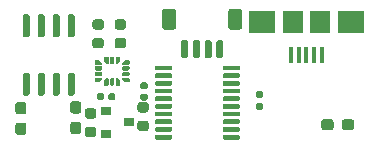
<source format=gbr>
%TF.GenerationSoftware,KiCad,Pcbnew,(5.99.0-3299-gfc1665ff2)*%
%TF.CreationDate,2020-09-21T16:58:29+07:00*%
%TF.ProjectId,smart_wristband,736d6172-745f-4777-9269-737462616e64,rev?*%
%TF.SameCoordinates,Original*%
%TF.FileFunction,Paste,Top*%
%TF.FilePolarity,Positive*%
%FSLAX46Y46*%
G04 Gerber Fmt 4.6, Leading zero omitted, Abs format (unit mm)*
G04 Created by KiCad (PCBNEW (5.99.0-3299-gfc1665ff2)) date 2020-09-21 16:58:29*
%MOMM*%
%LPD*%
G01*
G04 APERTURE LIST*
%ADD10R,0.900000X0.800000*%
%ADD11R,0.400000X1.400000*%
%ADD12R,1.800000X1.900000*%
%ADD13R,2.300000X1.900000*%
G04 APERTURE END LIST*
%TO.C,R1*%
G36*
G01*
X112658750Y-92050000D02*
X113171250Y-92050000D01*
G75*
G02*
X113390000Y-92268750I0J-218750D01*
G01*
X113390000Y-92706250D01*
G75*
G02*
X113171250Y-92925000I-218750J0D01*
G01*
X112658750Y-92925000D01*
G75*
G02*
X112440000Y-92706250I0J218750D01*
G01*
X112440000Y-92268750D01*
G75*
G02*
X112658750Y-92050000I218750J0D01*
G01*
G37*
G36*
G01*
X112658750Y-93625000D02*
X113171250Y-93625000D01*
G75*
G02*
X113390000Y-93843750I0J-218750D01*
G01*
X113390000Y-94281250D01*
G75*
G02*
X113171250Y-94500000I-218750J0D01*
G01*
X112658750Y-94500000D01*
G75*
G02*
X112440000Y-94281250I0J218750D01*
G01*
X112440000Y-93843750D01*
G75*
G02*
X112658750Y-93625000I218750J0D01*
G01*
G37*
%TD*%
D10*
%TO.C,U4*%
X113550000Y-99825000D03*
X113550000Y-101725000D03*
X115550000Y-100775000D03*
%TD*%
%TO.C,C11*%
G36*
G01*
X116981250Y-101515000D02*
X116468750Y-101515000D01*
G75*
G02*
X116250000Y-101296250I0J218750D01*
G01*
X116250000Y-100858750D01*
G75*
G02*
X116468750Y-100640000I218750J0D01*
G01*
X116981250Y-100640000D01*
G75*
G02*
X117200000Y-100858750I0J-218750D01*
G01*
X117200000Y-101296250D01*
G75*
G02*
X116981250Y-101515000I-218750J0D01*
G01*
G37*
G36*
G01*
X116981250Y-99940000D02*
X116468750Y-99940000D01*
G75*
G02*
X116250000Y-99721250I0J218750D01*
G01*
X116250000Y-99283750D01*
G75*
G02*
X116468750Y-99065000I218750J0D01*
G01*
X116981250Y-99065000D01*
G75*
G02*
X117200000Y-99283750I0J-218750D01*
G01*
X117200000Y-99721250D01*
G75*
G02*
X116981250Y-99940000I-218750J0D01*
G01*
G37*
%TD*%
%TO.C,U1*%
G36*
G01*
X117725000Y-96275000D02*
X117725000Y-96075000D01*
G75*
G02*
X117825000Y-95975000I100000J0D01*
G01*
X119100000Y-95975000D01*
G75*
G02*
X119200000Y-96075000I0J-100000D01*
G01*
X119200000Y-96275000D01*
G75*
G02*
X119100000Y-96375000I-100000J0D01*
G01*
X117825000Y-96375000D01*
G75*
G02*
X117725000Y-96275000I0J100000D01*
G01*
G37*
G36*
G01*
X117725000Y-96925000D02*
X117725000Y-96725000D01*
G75*
G02*
X117825000Y-96625000I100000J0D01*
G01*
X119100000Y-96625000D01*
G75*
G02*
X119200000Y-96725000I0J-100000D01*
G01*
X119200000Y-96925000D01*
G75*
G02*
X119100000Y-97025000I-100000J0D01*
G01*
X117825000Y-97025000D01*
G75*
G02*
X117725000Y-96925000I0J100000D01*
G01*
G37*
G36*
G01*
X117725000Y-97575000D02*
X117725000Y-97375000D01*
G75*
G02*
X117825000Y-97275000I100000J0D01*
G01*
X119100000Y-97275000D01*
G75*
G02*
X119200000Y-97375000I0J-100000D01*
G01*
X119200000Y-97575000D01*
G75*
G02*
X119100000Y-97675000I-100000J0D01*
G01*
X117825000Y-97675000D01*
G75*
G02*
X117725000Y-97575000I0J100000D01*
G01*
G37*
G36*
G01*
X117725000Y-98225000D02*
X117725000Y-98025000D01*
G75*
G02*
X117825000Y-97925000I100000J0D01*
G01*
X119100000Y-97925000D01*
G75*
G02*
X119200000Y-98025000I0J-100000D01*
G01*
X119200000Y-98225000D01*
G75*
G02*
X119100000Y-98325000I-100000J0D01*
G01*
X117825000Y-98325000D01*
G75*
G02*
X117725000Y-98225000I0J100000D01*
G01*
G37*
G36*
G01*
X117725000Y-98875000D02*
X117725000Y-98675000D01*
G75*
G02*
X117825000Y-98575000I100000J0D01*
G01*
X119100000Y-98575000D01*
G75*
G02*
X119200000Y-98675000I0J-100000D01*
G01*
X119200000Y-98875000D01*
G75*
G02*
X119100000Y-98975000I-100000J0D01*
G01*
X117825000Y-98975000D01*
G75*
G02*
X117725000Y-98875000I0J100000D01*
G01*
G37*
G36*
G01*
X117725000Y-99525000D02*
X117725000Y-99325000D01*
G75*
G02*
X117825000Y-99225000I100000J0D01*
G01*
X119100000Y-99225000D01*
G75*
G02*
X119200000Y-99325000I0J-100000D01*
G01*
X119200000Y-99525000D01*
G75*
G02*
X119100000Y-99625000I-100000J0D01*
G01*
X117825000Y-99625000D01*
G75*
G02*
X117725000Y-99525000I0J100000D01*
G01*
G37*
G36*
G01*
X117725000Y-100175000D02*
X117725000Y-99975000D01*
G75*
G02*
X117825000Y-99875000I100000J0D01*
G01*
X119100000Y-99875000D01*
G75*
G02*
X119200000Y-99975000I0J-100000D01*
G01*
X119200000Y-100175000D01*
G75*
G02*
X119100000Y-100275000I-100000J0D01*
G01*
X117825000Y-100275000D01*
G75*
G02*
X117725000Y-100175000I0J100000D01*
G01*
G37*
G36*
G01*
X117725000Y-100825000D02*
X117725000Y-100625000D01*
G75*
G02*
X117825000Y-100525000I100000J0D01*
G01*
X119100000Y-100525000D01*
G75*
G02*
X119200000Y-100625000I0J-100000D01*
G01*
X119200000Y-100825000D01*
G75*
G02*
X119100000Y-100925000I-100000J0D01*
G01*
X117825000Y-100925000D01*
G75*
G02*
X117725000Y-100825000I0J100000D01*
G01*
G37*
G36*
G01*
X117725000Y-101475000D02*
X117725000Y-101275000D01*
G75*
G02*
X117825000Y-101175000I100000J0D01*
G01*
X119100000Y-101175000D01*
G75*
G02*
X119200000Y-101275000I0J-100000D01*
G01*
X119200000Y-101475000D01*
G75*
G02*
X119100000Y-101575000I-100000J0D01*
G01*
X117825000Y-101575000D01*
G75*
G02*
X117725000Y-101475000I0J100000D01*
G01*
G37*
G36*
G01*
X117725000Y-102125000D02*
X117725000Y-101925000D01*
G75*
G02*
X117825000Y-101825000I100000J0D01*
G01*
X119100000Y-101825000D01*
G75*
G02*
X119200000Y-101925000I0J-100000D01*
G01*
X119200000Y-102125000D01*
G75*
G02*
X119100000Y-102225000I-100000J0D01*
G01*
X117825000Y-102225000D01*
G75*
G02*
X117725000Y-102125000I0J100000D01*
G01*
G37*
G36*
G01*
X123450000Y-102125000D02*
X123450000Y-101925000D01*
G75*
G02*
X123550000Y-101825000I100000J0D01*
G01*
X124825000Y-101825000D01*
G75*
G02*
X124925000Y-101925000I0J-100000D01*
G01*
X124925000Y-102125000D01*
G75*
G02*
X124825000Y-102225000I-100000J0D01*
G01*
X123550000Y-102225000D01*
G75*
G02*
X123450000Y-102125000I0J100000D01*
G01*
G37*
G36*
G01*
X123450000Y-101475000D02*
X123450000Y-101275000D01*
G75*
G02*
X123550000Y-101175000I100000J0D01*
G01*
X124825000Y-101175000D01*
G75*
G02*
X124925000Y-101275000I0J-100000D01*
G01*
X124925000Y-101475000D01*
G75*
G02*
X124825000Y-101575000I-100000J0D01*
G01*
X123550000Y-101575000D01*
G75*
G02*
X123450000Y-101475000I0J100000D01*
G01*
G37*
G36*
G01*
X123450000Y-100825000D02*
X123450000Y-100625000D01*
G75*
G02*
X123550000Y-100525000I100000J0D01*
G01*
X124825000Y-100525000D01*
G75*
G02*
X124925000Y-100625000I0J-100000D01*
G01*
X124925000Y-100825000D01*
G75*
G02*
X124825000Y-100925000I-100000J0D01*
G01*
X123550000Y-100925000D01*
G75*
G02*
X123450000Y-100825000I0J100000D01*
G01*
G37*
G36*
G01*
X123450000Y-100175000D02*
X123450000Y-99975000D01*
G75*
G02*
X123550000Y-99875000I100000J0D01*
G01*
X124825000Y-99875000D01*
G75*
G02*
X124925000Y-99975000I0J-100000D01*
G01*
X124925000Y-100175000D01*
G75*
G02*
X124825000Y-100275000I-100000J0D01*
G01*
X123550000Y-100275000D01*
G75*
G02*
X123450000Y-100175000I0J100000D01*
G01*
G37*
G36*
G01*
X123450000Y-99525000D02*
X123450000Y-99325000D01*
G75*
G02*
X123550000Y-99225000I100000J0D01*
G01*
X124825000Y-99225000D01*
G75*
G02*
X124925000Y-99325000I0J-100000D01*
G01*
X124925000Y-99525000D01*
G75*
G02*
X124825000Y-99625000I-100000J0D01*
G01*
X123550000Y-99625000D01*
G75*
G02*
X123450000Y-99525000I0J100000D01*
G01*
G37*
G36*
G01*
X123450000Y-98875000D02*
X123450000Y-98675000D01*
G75*
G02*
X123550000Y-98575000I100000J0D01*
G01*
X124825000Y-98575000D01*
G75*
G02*
X124925000Y-98675000I0J-100000D01*
G01*
X124925000Y-98875000D01*
G75*
G02*
X124825000Y-98975000I-100000J0D01*
G01*
X123550000Y-98975000D01*
G75*
G02*
X123450000Y-98875000I0J100000D01*
G01*
G37*
G36*
G01*
X123450000Y-98225000D02*
X123450000Y-98025000D01*
G75*
G02*
X123550000Y-97925000I100000J0D01*
G01*
X124825000Y-97925000D01*
G75*
G02*
X124925000Y-98025000I0J-100000D01*
G01*
X124925000Y-98225000D01*
G75*
G02*
X124825000Y-98325000I-100000J0D01*
G01*
X123550000Y-98325000D01*
G75*
G02*
X123450000Y-98225000I0J100000D01*
G01*
G37*
G36*
G01*
X123450000Y-97575000D02*
X123450000Y-97375000D01*
G75*
G02*
X123550000Y-97275000I100000J0D01*
G01*
X124825000Y-97275000D01*
G75*
G02*
X124925000Y-97375000I0J-100000D01*
G01*
X124925000Y-97575000D01*
G75*
G02*
X124825000Y-97675000I-100000J0D01*
G01*
X123550000Y-97675000D01*
G75*
G02*
X123450000Y-97575000I0J100000D01*
G01*
G37*
G36*
G01*
X123450000Y-96925000D02*
X123450000Y-96725000D01*
G75*
G02*
X123550000Y-96625000I100000J0D01*
G01*
X124825000Y-96625000D01*
G75*
G02*
X124925000Y-96725000I0J-100000D01*
G01*
X124925000Y-96925000D01*
G75*
G02*
X124825000Y-97025000I-100000J0D01*
G01*
X123550000Y-97025000D01*
G75*
G02*
X123450000Y-96925000I0J100000D01*
G01*
G37*
G36*
G01*
X123450000Y-96275000D02*
X123450000Y-96075000D01*
G75*
G02*
X123550000Y-95975000I100000J0D01*
G01*
X124825000Y-95975000D01*
G75*
G02*
X124925000Y-96075000I0J-100000D01*
G01*
X124925000Y-96275000D01*
G75*
G02*
X124825000Y-96375000I-100000J0D01*
G01*
X123550000Y-96375000D01*
G75*
G02*
X123450000Y-96275000I0J100000D01*
G01*
G37*
%TD*%
%TO.C,R2*%
G36*
G01*
X114543750Y-92050000D02*
X115056250Y-92050000D01*
G75*
G02*
X115275000Y-92268750I0J-218750D01*
G01*
X115275000Y-92706250D01*
G75*
G02*
X115056250Y-92925000I-218750J0D01*
G01*
X114543750Y-92925000D01*
G75*
G02*
X114325000Y-92706250I0J218750D01*
G01*
X114325000Y-92268750D01*
G75*
G02*
X114543750Y-92050000I218750J0D01*
G01*
G37*
G36*
G01*
X114543750Y-93625000D02*
X115056250Y-93625000D01*
G75*
G02*
X115275000Y-93843750I0J-218750D01*
G01*
X115275000Y-94281250D01*
G75*
G02*
X115056250Y-94500000I-218750J0D01*
G01*
X114543750Y-94500000D01*
G75*
G02*
X114325000Y-94281250I0J218750D01*
G01*
X114325000Y-93843750D01*
G75*
G02*
X114543750Y-93625000I218750J0D01*
G01*
G37*
%TD*%
%TO.C,C2*%
G36*
G01*
X116972500Y-98955000D02*
X116627500Y-98955000D01*
G75*
G02*
X116480000Y-98807500I0J147500D01*
G01*
X116480000Y-98512500D01*
G75*
G02*
X116627500Y-98365000I147500J0D01*
G01*
X116972500Y-98365000D01*
G75*
G02*
X117120000Y-98512500I0J-147500D01*
G01*
X117120000Y-98807500D01*
G75*
G02*
X116972500Y-98955000I-147500J0D01*
G01*
G37*
G36*
G01*
X116972500Y-97985000D02*
X116627500Y-97985000D01*
G75*
G02*
X116480000Y-97837500I0J147500D01*
G01*
X116480000Y-97542500D01*
G75*
G02*
X116627500Y-97395000I147500J0D01*
G01*
X116972500Y-97395000D01*
G75*
G02*
X117120000Y-97542500I0J-147500D01*
G01*
X117120000Y-97837500D01*
G75*
G02*
X116972500Y-97985000I-147500J0D01*
G01*
G37*
%TD*%
%TO.C,J3*%
G36*
G01*
X119925000Y-95200000D02*
X119925000Y-93950000D01*
G75*
G02*
X120075000Y-93800000I150000J0D01*
G01*
X120375000Y-93800000D01*
G75*
G02*
X120525000Y-93950000I0J-150000D01*
G01*
X120525000Y-95200000D01*
G75*
G02*
X120375000Y-95350000I-150000J0D01*
G01*
X120075000Y-95350000D01*
G75*
G02*
X119925000Y-95200000I0J150000D01*
G01*
G37*
G36*
G01*
X120925000Y-95200000D02*
X120925000Y-93950000D01*
G75*
G02*
X121075000Y-93800000I150000J0D01*
G01*
X121375000Y-93800000D01*
G75*
G02*
X121525000Y-93950000I0J-150000D01*
G01*
X121525000Y-95200000D01*
G75*
G02*
X121375000Y-95350000I-150000J0D01*
G01*
X121075000Y-95350000D01*
G75*
G02*
X120925000Y-95200000I0J150000D01*
G01*
G37*
G36*
G01*
X121925000Y-95200000D02*
X121925000Y-93950000D01*
G75*
G02*
X122075000Y-93800000I150000J0D01*
G01*
X122375000Y-93800000D01*
G75*
G02*
X122525000Y-93950000I0J-150000D01*
G01*
X122525000Y-95200000D01*
G75*
G02*
X122375000Y-95350000I-150000J0D01*
G01*
X122075000Y-95350000D01*
G75*
G02*
X121925000Y-95200000I0J150000D01*
G01*
G37*
G36*
G01*
X122925000Y-95200000D02*
X122925000Y-93950000D01*
G75*
G02*
X123075000Y-93800000I150000J0D01*
G01*
X123375000Y-93800000D01*
G75*
G02*
X123525000Y-93950000I0J-150000D01*
G01*
X123525000Y-95200000D01*
G75*
G02*
X123375000Y-95350000I-150000J0D01*
G01*
X123075000Y-95350000D01*
G75*
G02*
X122925000Y-95200000I0J150000D01*
G01*
G37*
G36*
G01*
X123925000Y-92700000D02*
X123925000Y-91400000D01*
G75*
G02*
X124175000Y-91150000I250000J0D01*
G01*
X124875000Y-91150000D01*
G75*
G02*
X125125000Y-91400000I0J-250000D01*
G01*
X125125000Y-92700000D01*
G75*
G02*
X124875000Y-92950000I-250000J0D01*
G01*
X124175000Y-92950000D01*
G75*
G02*
X123925000Y-92700000I0J250000D01*
G01*
G37*
G36*
G01*
X118325000Y-92700000D02*
X118325000Y-91400000D01*
G75*
G02*
X118575000Y-91150000I250000J0D01*
G01*
X119275000Y-91150000D01*
G75*
G02*
X119525000Y-91400000I0J-250000D01*
G01*
X119525000Y-92700000D01*
G75*
G02*
X119275000Y-92950000I-250000J0D01*
G01*
X118575000Y-92950000D01*
G75*
G02*
X118325000Y-92700000I0J250000D01*
G01*
G37*
%TD*%
%TO.C,C4*%
G36*
G01*
X111262500Y-101775000D02*
X110787500Y-101775000D01*
G75*
G02*
X110550000Y-101537500I0J237500D01*
G01*
X110550000Y-100962500D01*
G75*
G02*
X110787500Y-100725000I237500J0D01*
G01*
X111262500Y-100725000D01*
G75*
G02*
X111500000Y-100962500I0J-237500D01*
G01*
X111500000Y-101537500D01*
G75*
G02*
X111262500Y-101775000I-237500J0D01*
G01*
G37*
G36*
G01*
X111262500Y-100025000D02*
X110787500Y-100025000D01*
G75*
G02*
X110550000Y-99787500I0J237500D01*
G01*
X110550000Y-99212500D01*
G75*
G02*
X110787500Y-98975000I237500J0D01*
G01*
X111262500Y-98975000D01*
G75*
G02*
X111500000Y-99212500I0J-237500D01*
G01*
X111500000Y-99787500D01*
G75*
G02*
X111262500Y-100025000I-237500J0D01*
G01*
G37*
%TD*%
%TO.C,U3*%
G36*
X112973814Y-95486047D02*
G01*
X112975890Y-95485491D01*
X112979071Y-95486974D01*
X112996232Y-95490000D01*
X113009581Y-95501201D01*
X113025370Y-95508564D01*
X113231436Y-95714629D01*
X113234278Y-95718688D01*
X113236140Y-95719763D01*
X113237341Y-95723062D01*
X113247335Y-95737335D01*
X113248853Y-95754693D01*
X113254813Y-95771066D01*
X113254813Y-95815000D01*
X113252985Y-95825369D01*
X113253600Y-95828859D01*
X113251828Y-95831927D01*
X113250000Y-95842298D01*
X113236670Y-95858184D01*
X113226303Y-95876140D01*
X113219535Y-95878603D01*
X113214906Y-95884120D01*
X113194486Y-95887720D01*
X113175000Y-95894813D01*
X112700000Y-95894813D01*
X112689631Y-95892985D01*
X112686141Y-95893600D01*
X112683073Y-95891828D01*
X112672702Y-95890000D01*
X112656816Y-95876670D01*
X112638860Y-95866303D01*
X112636397Y-95859535D01*
X112630880Y-95854906D01*
X112627280Y-95834486D01*
X112620187Y-95815000D01*
X112620187Y-95565000D01*
X112622015Y-95554631D01*
X112621400Y-95551141D01*
X112623172Y-95548073D01*
X112625000Y-95537702D01*
X112638330Y-95521816D01*
X112648697Y-95503860D01*
X112655465Y-95501397D01*
X112660094Y-95495880D01*
X112680514Y-95492280D01*
X112700000Y-95485187D01*
X112968934Y-95485187D01*
X112973814Y-95486047D01*
G37*
G36*
G01*
X112625000Y-96290000D02*
X112625000Y-96090000D01*
G75*
G02*
X112725000Y-95990000I100000J0D01*
G01*
X113150000Y-95990000D01*
G75*
G02*
X113250000Y-96090000I0J-100000D01*
G01*
X113250000Y-96290000D01*
G75*
G02*
X113150000Y-96390000I-100000J0D01*
G01*
X112725000Y-96390000D01*
G75*
G02*
X112625000Y-96290000I0J100000D01*
G01*
G37*
G36*
G01*
X112625000Y-96790000D02*
X112625000Y-96590000D01*
G75*
G02*
X112725000Y-96490000I100000J0D01*
G01*
X113150000Y-96490000D01*
G75*
G02*
X113250000Y-96590000I0J-100000D01*
G01*
X113250000Y-96790000D01*
G75*
G02*
X113150000Y-96890000I-100000J0D01*
G01*
X112725000Y-96890000D01*
G75*
G02*
X112625000Y-96790000I0J100000D01*
G01*
G37*
G36*
X113185369Y-96987015D02*
G01*
X113188859Y-96986400D01*
X113191927Y-96988172D01*
X113202298Y-96990000D01*
X113218184Y-97003330D01*
X113236140Y-97013697D01*
X113238603Y-97020465D01*
X113244120Y-97025094D01*
X113247720Y-97045514D01*
X113254813Y-97065000D01*
X113254813Y-97108934D01*
X113253953Y-97113814D01*
X113254509Y-97115890D01*
X113253026Y-97119071D01*
X113250000Y-97136232D01*
X113238799Y-97149580D01*
X113231436Y-97165371D01*
X113025370Y-97371436D01*
X113021312Y-97374277D01*
X113020237Y-97376140D01*
X113016937Y-97377341D01*
X113002664Y-97387336D01*
X112985305Y-97388854D01*
X112968934Y-97394813D01*
X112700000Y-97394813D01*
X112689631Y-97392985D01*
X112686141Y-97393600D01*
X112683073Y-97391828D01*
X112672702Y-97390000D01*
X112656816Y-97376670D01*
X112638860Y-97366303D01*
X112636397Y-97359535D01*
X112630880Y-97354906D01*
X112627280Y-97334486D01*
X112620187Y-97315000D01*
X112620187Y-97065000D01*
X112622015Y-97054631D01*
X112621400Y-97051141D01*
X112623172Y-97048073D01*
X112625000Y-97037702D01*
X112638330Y-97021816D01*
X112648697Y-97003860D01*
X112655465Y-97001397D01*
X112660094Y-96995880D01*
X112680514Y-96992280D01*
X112700000Y-96985187D01*
X113175000Y-96985187D01*
X113185369Y-96987015D01*
G37*
G36*
X113735369Y-97037015D02*
G01*
X113738859Y-97036400D01*
X113741927Y-97038172D01*
X113752298Y-97040000D01*
X113768184Y-97053330D01*
X113786140Y-97063697D01*
X113788603Y-97070465D01*
X113794120Y-97075094D01*
X113797720Y-97095514D01*
X113804813Y-97115000D01*
X113804813Y-97590000D01*
X113802985Y-97600369D01*
X113803600Y-97603859D01*
X113801828Y-97606927D01*
X113800000Y-97617298D01*
X113786670Y-97633184D01*
X113776303Y-97651140D01*
X113769535Y-97653603D01*
X113764906Y-97659120D01*
X113744486Y-97662720D01*
X113725000Y-97669813D01*
X113475000Y-97669813D01*
X113464631Y-97667985D01*
X113461141Y-97668600D01*
X113458073Y-97666828D01*
X113447702Y-97665000D01*
X113431816Y-97651670D01*
X113413860Y-97641303D01*
X113411397Y-97634535D01*
X113405880Y-97629906D01*
X113402280Y-97609486D01*
X113395187Y-97590000D01*
X113395187Y-97321066D01*
X113396047Y-97316186D01*
X113395491Y-97314110D01*
X113396974Y-97310929D01*
X113400000Y-97293768D01*
X113411201Y-97280419D01*
X113418564Y-97264630D01*
X113624629Y-97058564D01*
X113628688Y-97055722D01*
X113629763Y-97053860D01*
X113633062Y-97052659D01*
X113647335Y-97042665D01*
X113664693Y-97041147D01*
X113681066Y-97035187D01*
X113725000Y-97035187D01*
X113735369Y-97037015D01*
G37*
G36*
G01*
X113900000Y-97565000D02*
X113900000Y-97140000D01*
G75*
G02*
X114000000Y-97040000I100000J0D01*
G01*
X114200000Y-97040000D01*
G75*
G02*
X114300000Y-97140000I0J-100000D01*
G01*
X114300000Y-97565000D01*
G75*
G02*
X114200000Y-97665000I-100000J0D01*
G01*
X114000000Y-97665000D01*
G75*
G02*
X113900000Y-97565000I0J100000D01*
G01*
G37*
G36*
X114523814Y-97036047D02*
G01*
X114525890Y-97035491D01*
X114529071Y-97036974D01*
X114546232Y-97040000D01*
X114559581Y-97051201D01*
X114575370Y-97058564D01*
X114781436Y-97264629D01*
X114784278Y-97268688D01*
X114786140Y-97269763D01*
X114787341Y-97273062D01*
X114797335Y-97287335D01*
X114798853Y-97304693D01*
X114804813Y-97321066D01*
X114804813Y-97590000D01*
X114802985Y-97600369D01*
X114803600Y-97603859D01*
X114801828Y-97606927D01*
X114800000Y-97617298D01*
X114786670Y-97633184D01*
X114776303Y-97651140D01*
X114769535Y-97653603D01*
X114764906Y-97659120D01*
X114744486Y-97662720D01*
X114725000Y-97669813D01*
X114475000Y-97669813D01*
X114464631Y-97667985D01*
X114461141Y-97668600D01*
X114458073Y-97666828D01*
X114447702Y-97665000D01*
X114431816Y-97651670D01*
X114413860Y-97641303D01*
X114411397Y-97634535D01*
X114405880Y-97629906D01*
X114402280Y-97609486D01*
X114395187Y-97590000D01*
X114395187Y-97115000D01*
X114397015Y-97104631D01*
X114396400Y-97101141D01*
X114398172Y-97098073D01*
X114400000Y-97087702D01*
X114413330Y-97071816D01*
X114423697Y-97053860D01*
X114430465Y-97051397D01*
X114435094Y-97045880D01*
X114455514Y-97042280D01*
X114475000Y-97035187D01*
X114518934Y-97035187D01*
X114523814Y-97036047D01*
G37*
G36*
X115510369Y-96987015D02*
G01*
X115513859Y-96986400D01*
X115516927Y-96988172D01*
X115527298Y-96990000D01*
X115543184Y-97003330D01*
X115561140Y-97013697D01*
X115563603Y-97020465D01*
X115569120Y-97025094D01*
X115572720Y-97045514D01*
X115579813Y-97065000D01*
X115579813Y-97315000D01*
X115577985Y-97325369D01*
X115578600Y-97328859D01*
X115576828Y-97331927D01*
X115575000Y-97342298D01*
X115561670Y-97358184D01*
X115551303Y-97376140D01*
X115544535Y-97378603D01*
X115539906Y-97384120D01*
X115519486Y-97387720D01*
X115500000Y-97394813D01*
X115231066Y-97394813D01*
X115226186Y-97393953D01*
X115224110Y-97394509D01*
X115220929Y-97393026D01*
X115203768Y-97390000D01*
X115190420Y-97378799D01*
X115174629Y-97371436D01*
X114968564Y-97165370D01*
X114965723Y-97161312D01*
X114963860Y-97160237D01*
X114962659Y-97156937D01*
X114952664Y-97142664D01*
X114951146Y-97125305D01*
X114945187Y-97108934D01*
X114945187Y-97065000D01*
X114947015Y-97054631D01*
X114946400Y-97051141D01*
X114948172Y-97048073D01*
X114950000Y-97037702D01*
X114963330Y-97021816D01*
X114973697Y-97003860D01*
X114980465Y-97001397D01*
X114985094Y-96995880D01*
X115005514Y-96992280D01*
X115025000Y-96985187D01*
X115500000Y-96985187D01*
X115510369Y-96987015D01*
G37*
G36*
G01*
X114950000Y-96790000D02*
X114950000Y-96590000D01*
G75*
G02*
X115050000Y-96490000I100000J0D01*
G01*
X115475000Y-96490000D01*
G75*
G02*
X115575000Y-96590000I0J-100000D01*
G01*
X115575000Y-96790000D01*
G75*
G02*
X115475000Y-96890000I-100000J0D01*
G01*
X115050000Y-96890000D01*
G75*
G02*
X114950000Y-96790000I0J100000D01*
G01*
G37*
G36*
G01*
X114950000Y-96290000D02*
X114950000Y-96090000D01*
G75*
G02*
X115050000Y-95990000I100000J0D01*
G01*
X115475000Y-95990000D01*
G75*
G02*
X115575000Y-96090000I0J-100000D01*
G01*
X115575000Y-96290000D01*
G75*
G02*
X115475000Y-96390000I-100000J0D01*
G01*
X115050000Y-96390000D01*
G75*
G02*
X114950000Y-96290000I0J100000D01*
G01*
G37*
G36*
X115510369Y-95487015D02*
G01*
X115513859Y-95486400D01*
X115516927Y-95488172D01*
X115527298Y-95490000D01*
X115543184Y-95503330D01*
X115561140Y-95513697D01*
X115563603Y-95520465D01*
X115569120Y-95525094D01*
X115572720Y-95545514D01*
X115579813Y-95565000D01*
X115579813Y-95815000D01*
X115577985Y-95825369D01*
X115578600Y-95828859D01*
X115576828Y-95831927D01*
X115575000Y-95842298D01*
X115561670Y-95858184D01*
X115551303Y-95876140D01*
X115544535Y-95878603D01*
X115539906Y-95884120D01*
X115519486Y-95887720D01*
X115500000Y-95894813D01*
X115025000Y-95894813D01*
X115014631Y-95892985D01*
X115011141Y-95893600D01*
X115008073Y-95891828D01*
X114997702Y-95890000D01*
X114981816Y-95876670D01*
X114963860Y-95866303D01*
X114961397Y-95859535D01*
X114955880Y-95854906D01*
X114952280Y-95834486D01*
X114945187Y-95815000D01*
X114945187Y-95771066D01*
X114946047Y-95766186D01*
X114945491Y-95764110D01*
X114946974Y-95760929D01*
X114950000Y-95743768D01*
X114961201Y-95730419D01*
X114968564Y-95714630D01*
X115174629Y-95508564D01*
X115178688Y-95505722D01*
X115179763Y-95503860D01*
X115183062Y-95502659D01*
X115197335Y-95492665D01*
X115214693Y-95491147D01*
X115231066Y-95485187D01*
X115500000Y-95485187D01*
X115510369Y-95487015D01*
G37*
G36*
X114735369Y-95212015D02*
G01*
X114738859Y-95211400D01*
X114741927Y-95213172D01*
X114752298Y-95215000D01*
X114768184Y-95228330D01*
X114786140Y-95238697D01*
X114788603Y-95245465D01*
X114794120Y-95250094D01*
X114797720Y-95270514D01*
X114804813Y-95290000D01*
X114804813Y-95558934D01*
X114803953Y-95563814D01*
X114804509Y-95565890D01*
X114803026Y-95569071D01*
X114800000Y-95586232D01*
X114788799Y-95599580D01*
X114781436Y-95615371D01*
X114575370Y-95821436D01*
X114571312Y-95824277D01*
X114570237Y-95826140D01*
X114566937Y-95827341D01*
X114552664Y-95837336D01*
X114535305Y-95838854D01*
X114518934Y-95844813D01*
X114475000Y-95844813D01*
X114464631Y-95842985D01*
X114461141Y-95843600D01*
X114458073Y-95841828D01*
X114447702Y-95840000D01*
X114431816Y-95826670D01*
X114413860Y-95816303D01*
X114411397Y-95809535D01*
X114405880Y-95804906D01*
X114402280Y-95784486D01*
X114395187Y-95765000D01*
X114395187Y-95290000D01*
X114397015Y-95279631D01*
X114396400Y-95276141D01*
X114398172Y-95273073D01*
X114400000Y-95262702D01*
X114413330Y-95246816D01*
X114423697Y-95228860D01*
X114430465Y-95226397D01*
X114435094Y-95220880D01*
X114455514Y-95217280D01*
X114475000Y-95210187D01*
X114725000Y-95210187D01*
X114735369Y-95212015D01*
G37*
G36*
G01*
X113900000Y-95740000D02*
X113900000Y-95315000D01*
G75*
G02*
X114000000Y-95215000I100000J0D01*
G01*
X114200000Y-95215000D01*
G75*
G02*
X114300000Y-95315000I0J-100000D01*
G01*
X114300000Y-95740000D01*
G75*
G02*
X114200000Y-95840000I-100000J0D01*
G01*
X114000000Y-95840000D01*
G75*
G02*
X113900000Y-95740000I0J100000D01*
G01*
G37*
G36*
X113735369Y-95212015D02*
G01*
X113738859Y-95211400D01*
X113741927Y-95213172D01*
X113752298Y-95215000D01*
X113768184Y-95228330D01*
X113786140Y-95238697D01*
X113788603Y-95245465D01*
X113794120Y-95250094D01*
X113797720Y-95270514D01*
X113804813Y-95290000D01*
X113804813Y-95765000D01*
X113802985Y-95775369D01*
X113803600Y-95778859D01*
X113801828Y-95781927D01*
X113800000Y-95792298D01*
X113786670Y-95808184D01*
X113776303Y-95826140D01*
X113769535Y-95828603D01*
X113764906Y-95834120D01*
X113744486Y-95837720D01*
X113725000Y-95844813D01*
X113681066Y-95844813D01*
X113676186Y-95843953D01*
X113674110Y-95844509D01*
X113670929Y-95843026D01*
X113653768Y-95840000D01*
X113640420Y-95828799D01*
X113624629Y-95821436D01*
X113418564Y-95615370D01*
X113415723Y-95611312D01*
X113413860Y-95610237D01*
X113412659Y-95606937D01*
X113402664Y-95592664D01*
X113401146Y-95575305D01*
X113395187Y-95558934D01*
X113395187Y-95290000D01*
X113397015Y-95279631D01*
X113396400Y-95276141D01*
X113398172Y-95273073D01*
X113400000Y-95262702D01*
X113413330Y-95246816D01*
X113423697Y-95228860D01*
X113430465Y-95226397D01*
X113435094Y-95220880D01*
X113455514Y-95217280D01*
X113475000Y-95210187D01*
X113725000Y-95210187D01*
X113735369Y-95212015D01*
G37*
%TD*%
%TO.C,C3*%
G36*
G01*
X106612500Y-101850000D02*
X106137500Y-101850000D01*
G75*
G02*
X105900000Y-101612500I0J237500D01*
G01*
X105900000Y-101037500D01*
G75*
G02*
X106137500Y-100800000I237500J0D01*
G01*
X106612500Y-100800000D01*
G75*
G02*
X106850000Y-101037500I0J-237500D01*
G01*
X106850000Y-101612500D01*
G75*
G02*
X106612500Y-101850000I-237500J0D01*
G01*
G37*
G36*
G01*
X106612500Y-100100000D02*
X106137500Y-100100000D01*
G75*
G02*
X105900000Y-99862500I0J237500D01*
G01*
X105900000Y-99287500D01*
G75*
G02*
X106137500Y-99050000I237500J0D01*
G01*
X106612500Y-99050000D01*
G75*
G02*
X106850000Y-99287500I0J-237500D01*
G01*
X106850000Y-99862500D01*
G75*
G02*
X106612500Y-100100000I-237500J0D01*
G01*
G37*
%TD*%
D11*
%TO.C,J1*%
X131850000Y-95100000D03*
X131200000Y-95100000D03*
X130550000Y-95100000D03*
X129900000Y-95100000D03*
X129250000Y-95100000D03*
D12*
X131700000Y-92250000D03*
X129400000Y-92250000D03*
D13*
X134300000Y-92250000D03*
X126800000Y-92250000D03*
%TD*%
%TO.C,U2*%
G36*
G01*
X106970000Y-98525000D02*
X106670000Y-98525000D01*
G75*
G02*
X106520000Y-98375000I0J150000D01*
G01*
X106520000Y-96725000D01*
G75*
G02*
X106670000Y-96575000I150000J0D01*
G01*
X106970000Y-96575000D01*
G75*
G02*
X107120000Y-96725000I0J-150000D01*
G01*
X107120000Y-98375000D01*
G75*
G02*
X106970000Y-98525000I-150000J0D01*
G01*
G37*
G36*
G01*
X108240000Y-98525000D02*
X107940000Y-98525000D01*
G75*
G02*
X107790000Y-98375000I0J150000D01*
G01*
X107790000Y-96725000D01*
G75*
G02*
X107940000Y-96575000I150000J0D01*
G01*
X108240000Y-96575000D01*
G75*
G02*
X108390000Y-96725000I0J-150000D01*
G01*
X108390000Y-98375000D01*
G75*
G02*
X108240000Y-98525000I-150000J0D01*
G01*
G37*
G36*
G01*
X109510000Y-98525000D02*
X109210000Y-98525000D01*
G75*
G02*
X109060000Y-98375000I0J150000D01*
G01*
X109060000Y-96725000D01*
G75*
G02*
X109210000Y-96575000I150000J0D01*
G01*
X109510000Y-96575000D01*
G75*
G02*
X109660000Y-96725000I0J-150000D01*
G01*
X109660000Y-98375000D01*
G75*
G02*
X109510000Y-98525000I-150000J0D01*
G01*
G37*
G36*
G01*
X110780000Y-98525000D02*
X110480000Y-98525000D01*
G75*
G02*
X110330000Y-98375000I0J150000D01*
G01*
X110330000Y-96725000D01*
G75*
G02*
X110480000Y-96575000I150000J0D01*
G01*
X110780000Y-96575000D01*
G75*
G02*
X110930000Y-96725000I0J-150000D01*
G01*
X110930000Y-98375000D01*
G75*
G02*
X110780000Y-98525000I-150000J0D01*
G01*
G37*
G36*
G01*
X110780000Y-93575000D02*
X110480000Y-93575000D01*
G75*
G02*
X110330000Y-93425000I0J150000D01*
G01*
X110330000Y-91775000D01*
G75*
G02*
X110480000Y-91625000I150000J0D01*
G01*
X110780000Y-91625000D01*
G75*
G02*
X110930000Y-91775000I0J-150000D01*
G01*
X110930000Y-93425000D01*
G75*
G02*
X110780000Y-93575000I-150000J0D01*
G01*
G37*
G36*
G01*
X109510000Y-93575000D02*
X109210000Y-93575000D01*
G75*
G02*
X109060000Y-93425000I0J150000D01*
G01*
X109060000Y-91775000D01*
G75*
G02*
X109210000Y-91625000I150000J0D01*
G01*
X109510000Y-91625000D01*
G75*
G02*
X109660000Y-91775000I0J-150000D01*
G01*
X109660000Y-93425000D01*
G75*
G02*
X109510000Y-93575000I-150000J0D01*
G01*
G37*
G36*
G01*
X108240000Y-93575000D02*
X107940000Y-93575000D01*
G75*
G02*
X107790000Y-93425000I0J150000D01*
G01*
X107790000Y-91775000D01*
G75*
G02*
X107940000Y-91625000I150000J0D01*
G01*
X108240000Y-91625000D01*
G75*
G02*
X108390000Y-91775000I0J-150000D01*
G01*
X108390000Y-93425000D01*
G75*
G02*
X108240000Y-93575000I-150000J0D01*
G01*
G37*
G36*
G01*
X106970000Y-93575000D02*
X106670000Y-93575000D01*
G75*
G02*
X106520000Y-93425000I0J150000D01*
G01*
X106520000Y-91775000D01*
G75*
G02*
X106670000Y-91625000I150000J0D01*
G01*
X106970000Y-91625000D01*
G75*
G02*
X107120000Y-91775000I0J-150000D01*
G01*
X107120000Y-93425000D01*
G75*
G02*
X106970000Y-93575000I-150000J0D01*
G01*
G37*
%TD*%
%TO.C,C1*%
G36*
G01*
X112820000Y-98772500D02*
X112820000Y-98427500D01*
G75*
G02*
X112967500Y-98280000I147500J0D01*
G01*
X113262500Y-98280000D01*
G75*
G02*
X113410000Y-98427500I0J-147500D01*
G01*
X113410000Y-98772500D01*
G75*
G02*
X113262500Y-98920000I-147500J0D01*
G01*
X112967500Y-98920000D01*
G75*
G02*
X112820000Y-98772500I0J147500D01*
G01*
G37*
G36*
G01*
X113790000Y-98772500D02*
X113790000Y-98427500D01*
G75*
G02*
X113937500Y-98280000I147500J0D01*
G01*
X114232500Y-98280000D01*
G75*
G02*
X114380000Y-98427500I0J-147500D01*
G01*
X114380000Y-98772500D01*
G75*
G02*
X114232500Y-98920000I-147500J0D01*
G01*
X113937500Y-98920000D01*
G75*
G02*
X113790000Y-98772500I0J147500D01*
G01*
G37*
%TD*%
%TO.C,C13*%
G36*
G01*
X131800000Y-101212500D02*
X131800000Y-100737500D01*
G75*
G02*
X132037500Y-100500000I237500J0D01*
G01*
X132612500Y-100500000D01*
G75*
G02*
X132850000Y-100737500I0J-237500D01*
G01*
X132850000Y-101212500D01*
G75*
G02*
X132612500Y-101450000I-237500J0D01*
G01*
X132037500Y-101450000D01*
G75*
G02*
X131800000Y-101212500I0J237500D01*
G01*
G37*
G36*
G01*
X133550000Y-101212500D02*
X133550000Y-100737500D01*
G75*
G02*
X133787500Y-100500000I237500J0D01*
G01*
X134362500Y-100500000D01*
G75*
G02*
X134600000Y-100737500I0J-237500D01*
G01*
X134600000Y-101212500D01*
G75*
G02*
X134362500Y-101450000I-237500J0D01*
G01*
X133787500Y-101450000D01*
G75*
G02*
X133550000Y-101212500I0J237500D01*
G01*
G37*
%TD*%
%TO.C,C6*%
G36*
G01*
X126412500Y-98145000D02*
X126757500Y-98145000D01*
G75*
G02*
X126905000Y-98292500I0J-147500D01*
G01*
X126905000Y-98587500D01*
G75*
G02*
X126757500Y-98735000I-147500J0D01*
G01*
X126412500Y-98735000D01*
G75*
G02*
X126265000Y-98587500I0J147500D01*
G01*
X126265000Y-98292500D01*
G75*
G02*
X126412500Y-98145000I147500J0D01*
G01*
G37*
G36*
G01*
X126412500Y-99115000D02*
X126757500Y-99115000D01*
G75*
G02*
X126905000Y-99262500I0J-147500D01*
G01*
X126905000Y-99557500D01*
G75*
G02*
X126757500Y-99705000I-147500J0D01*
G01*
X126412500Y-99705000D01*
G75*
G02*
X126265000Y-99557500I0J147500D01*
G01*
X126265000Y-99262500D01*
G75*
G02*
X126412500Y-99115000I147500J0D01*
G01*
G37*
%TD*%
%TO.C,C12*%
G36*
G01*
X112531250Y-102025000D02*
X112018750Y-102025000D01*
G75*
G02*
X111800000Y-101806250I0J218750D01*
G01*
X111800000Y-101368750D01*
G75*
G02*
X112018750Y-101150000I218750J0D01*
G01*
X112531250Y-101150000D01*
G75*
G02*
X112750000Y-101368750I0J-218750D01*
G01*
X112750000Y-101806250D01*
G75*
G02*
X112531250Y-102025000I-218750J0D01*
G01*
G37*
G36*
G01*
X112531250Y-100450000D02*
X112018750Y-100450000D01*
G75*
G02*
X111800000Y-100231250I0J218750D01*
G01*
X111800000Y-99793750D01*
G75*
G02*
X112018750Y-99575000I218750J0D01*
G01*
X112531250Y-99575000D01*
G75*
G02*
X112750000Y-99793750I0J-218750D01*
G01*
X112750000Y-100231250D01*
G75*
G02*
X112531250Y-100450000I-218750J0D01*
G01*
G37*
%TD*%
M02*

</source>
